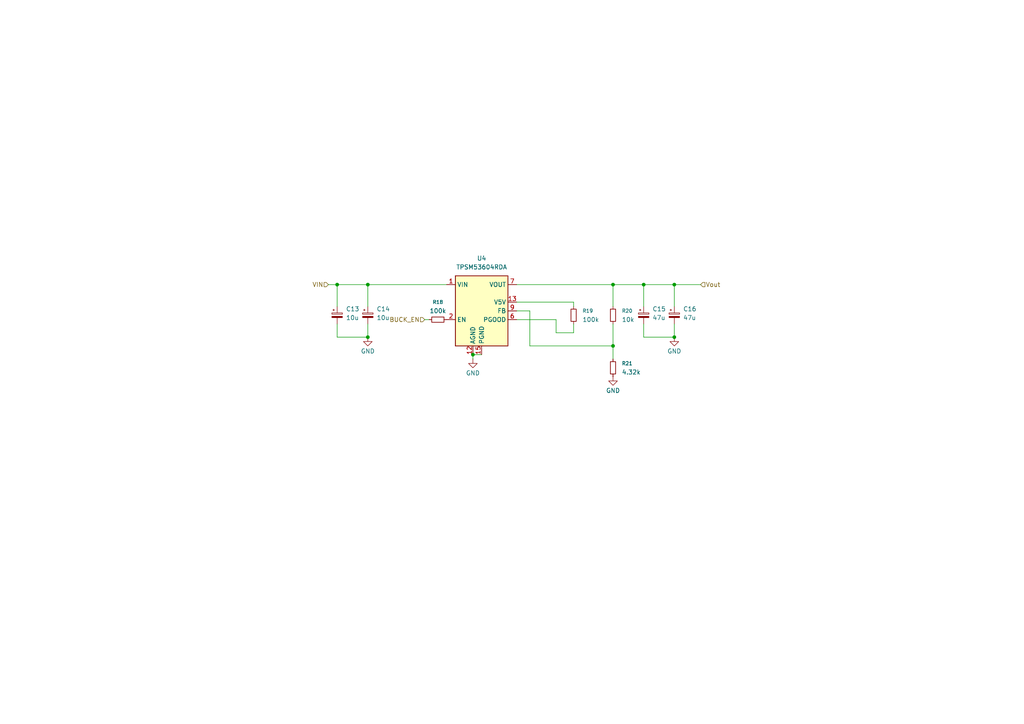
<source format=kicad_sch>
(kicad_sch (version 20250114) (generator "eeschema") (generator_version "9.0")
  (paper "A4")
  (lib_symbols
    (symbol "Converter_DCDC:TPSM53604RDA"
      (property "Reference" "U" (at 0 15.24 0))
      (property "Value" "TPSM53604RDA" (at 0 12.7 0))
      (symbol "TPSM53604RDA_0_1"
        (rectangle (start 7.62 10.16) (end -7.62 -10.16) (stroke (width 0.254)) (fill (type background)))
      )
      (symbol "TPSM53604RDA_1_1"
        (pin power_in line (at -10.16 7.62 0) (length 2.54) (name "VIN") (number "1"))
        (pin passive line (at -10.16 7.62 0) (length 2.54) (hide yes) (name "VIN") (number "14"))
        (pin input line (at -10.16 -2.54 0) (length 2.54) (name "EN") (number "2"))
        (pin no_connect line (at -7.62 2.54 0) (length 2.54) (hide yes) (name "DNC") (number "4"))
        (pin no_connect line (at -7.62 0 0) (length 2.54) (hide yes) (name "DNC") (number "5"))
        (pin power_in line (at -2.54 -12.7 90) (length 2.54) (name "AGND") (number "12"))
        (pin passive line (at 0 -12.7 90) (length 2.54) (hide yes) (name "PGND") (number "10"))
        (pin passive line (at 0 -12.7 90) (length 2.54) (hide yes) (name "PGND") (number "11"))
        (pin power_in line (at 0 -12.7 90) (length 2.54) (name "PGND") (number "15"))
        (pin passive line (at 0 -12.7 90) (length 2.54) (hide yes) (name "PGND") (number "3"))
        (pin power_out line (at 10.16 7.62 180) (length 2.54) (name "VOUT") (number "7"))
        (pin passive line (at 10.16 7.62 180) (length 2.54) (hide yes) (name "VOUT") (number "8"))
        (pin output line (at 10.16 2.54 180) (length 2.54) (name "V5V") (number "13"))
        (pin input line (at 10.16 0 180) (length 2.54) (name "FB") (number "9"))
        (pin open_collector line (at 10.16 -2.54 180) (length 2.54) (name "PGOOD") (number "6"))
      )
    )
    (symbol "Device:C_Polarized_Small" (pin_numbers (hide yes)) (pin_names (offset 0.254) (hide yes))
      (property "Reference" "C" (at 0.254 1.778 0))
      (property "Value" "C_Polarized_Small" (at 0.254 -2.032 0))
      (symbol "C_Polarized_Small_0_1"
        (rectangle (start -1.524 0.6858) (end 1.524 0.3048))
        (rectangle (start -1.524 -0.3048) (end 1.524 -0.6858) (fill (type outline)))
        (polyline (pts (xy -1.27 1.524) (xy -0.762 1.524)))
        (polyline (pts (xy -1.016 1.27) (xy -1.016 1.778)))
      )
      (symbol "C_Polarized_Small_1_1"
        (pin passive line (at 0 2.54 270) (length 1.8542) (name "~") (number "1"))
        (pin passive line (at 0 -2.54 90) (length 1.8542) (name "~") (number "2"))
      )
    )
    (symbol "Device:R_Small" (pin_numbers (hide yes)) (pin_names (offset 0.254) (hide yes))
      (property "Reference" "R" (at 0 0 90))
      (property "Value" "R_Small" (at 1.778 0 90))
      (symbol "R_Small_0_1"
        (rectangle (start -0.762 1.778) (end 0.762 -1.778) (stroke (width 0.2032)))
      )
      (symbol "R_Small_1_1"
        (pin passive line (at 0 2.54 270) (length 0.762) (name "~") (number "1"))
        (pin passive line (at 0 -2.54 90) (length 0.762) (name "~") (number "2"))
      )
    )
    (symbol "power:GND" (power) (pin_numbers (hide yes)) (pin_names (offset 0) (hide yes))
      (property "Value" "GND" (at 0 -3.81 0))
      (symbol "GND_0_1"
        (polyline (pts (xy 0 0) (xy 0 -1.27) (xy 1.27 -1.27) (xy 0 -2.54) (xy -1.27 -1.27) (xy 0 -1.27)))
      )
      (symbol "GND_1_1"
        (pin power_in line (at 0 0 270) (length 0) (name "~") (number "1"))
      )
    )
  )
  (junction (at 177.8 82.55))
  (junction (at 106.68 82.55))
  (junction (at 106.68 97.79))
  (junction (at 137.16 102.87))
  (junction (at 177.8 100.33))
  (junction (at 97.79 82.55))
  (junction (at 195.58 82.55))
  (junction (at 195.58 97.79))
  (junction (at 186.69 82.55))
  (wire (pts (xy 153.67 100.33) (xy 177.8 100.33)))
  (wire (pts (xy 195.58 88.9) (xy 195.58 82.55)))
  (wire (pts (xy 97.79 93.98) (xy 97.79 97.79)))
  (wire (pts (xy 124.46 92.71) (xy 123.19 92.71)))
  (wire (pts (xy 177.8 100.33) (xy 177.8 104.14)))
  (wire (pts (xy 137.16 104.14) (xy 137.16 102.87)))
  (wire (pts (xy 177.8 82.55) (xy 186.69 82.55)))
  (wire (pts (xy 186.69 88.9) (xy 186.69 82.55)))
  (wire (pts (xy 106.68 88.9) (xy 106.68 82.55)))
  (wire (pts (xy 186.69 93.98) (xy 186.69 97.79)))
  (wire (pts (xy 195.58 82.55) (xy 186.69 82.55)))
  (wire (pts (xy 149.86 87.63) (xy 166.37 87.63)))
  (wire (pts (xy 137.16 102.87) (xy 139.7 102.87)))
  (wire (pts (xy 97.79 97.79) (xy 106.68 97.79)))
  (wire (pts (xy 149.86 90.17) (xy 153.67 90.17)))
  (wire (pts (xy 95.25 82.55) (xy 97.79 82.55)))
  (wire (pts (xy 97.79 88.9) (xy 97.79 82.55)))
  (wire (pts (xy 195.58 93.98) (xy 195.58 97.79)))
  (wire (pts (xy 195.58 82.55) (xy 203.2 82.55)))
  (wire (pts (xy 149.86 92.71) (xy 161.29 92.71)))
  (wire (pts (xy 153.67 90.17) (xy 153.67 100.33)))
  (wire (pts (xy 177.8 82.55) (xy 149.86 82.55)))
  (wire (pts (xy 106.68 82.55) (xy 129.54 82.55)))
  (wire (pts (xy 106.68 93.98) (xy 106.68 97.79)))
  (wire (pts (xy 177.8 88.9) (xy 177.8 82.55)))
  (wire (pts (xy 161.29 92.71) (xy 161.29 96.52)))
  (wire (pts (xy 166.37 87.63) (xy 166.37 88.9)))
  (wire (pts (xy 177.8 93.98) (xy 177.8 100.33)))
  (wire (pts (xy 97.79 82.55) (xy 106.68 82.55)))
  (wire (pts (xy 161.29 96.52) (xy 166.37 96.52)))
  (wire (pts (xy 166.37 93.98) (xy 166.37 96.52)))
  (wire (pts (xy 186.69 97.79) (xy 195.58 97.79)))
  (hierarchical_label "Vout" (shape input) (at 203.2 82.55 0))
  (hierarchical_label "VIN" (shape input) (at 95.25 82.55 180))
  (hierarchical_label "BUCK_EN" (shape input) (at 123.19 92.71 180))
  (symbol (lib_id "Device:C_Polarized_Small") (at 186.69 91.44 0) (unit 1)
    (property "Reference" "C15" (at 189.23 89.6238 0) (effects (justify left)))
    (property "Value" "47u" (at 189.23 92.1638 0) (effects (justify left)))
    (property "Footprint" "Capacitor_SMD:C_1210_3225Metric" (effects (hide yes)))
    (property "Description" "Polarized capacitor, small symbol" (effects (hide yes)))
  )
  (symbol (lib_id "power:GND") (at 177.8 109.22 0) (unit 1)
    (property "Reference" "#PWR025" (effects (hide yes)))
    (property "Value" "GND" (at 177.8 113.284 0))
    (property "Description" "Power symbol creates a global label with name \"GND\" , ground" (effects (hide yes)))
  )
  (symbol (lib_id "Device:R_Small") (at 177.8 106.68 0) (unit 1)
    (property "Reference" "R21" (at 180.34 105.4099 0) (effects (font (size 1.016 1.016)) (justify left)))
    (property "Value" "4.32k" (at 180.34 107.9499 0) (effects (justify left)))
    (property "Footprint" "Resistor_SMD:R_0603_1608Metric" (effects (hide yes)))
    (property "Description" "Resistor, small symbol" (effects (hide yes)))
  )
  (symbol (lib_id "Device:R_Small") (at 166.37 91.44 0) (unit 1)
    (property "Reference" "R19" (at 168.91 90.1699 0) (effects (font (size 1.016 1.016)) (justify left)))
    (property "Value" "100k" (at 168.91 92.7099 0) (effects (justify left)))
    (property "Footprint" "Resistor_SMD:R_0603_1608Metric" (effects (hide yes)))
    (property "Description" "Resistor, small symbol" (effects (hide yes)))
  )
  (symbol (lib_id "Device:R_Small") (at 127 92.71 90) (unit 1)
    (property "Reference" "R18" (at 127 87.63 90) (effects (font (size 1.016 1.016))))
    (property "Value" "100k" (at 127 90.17 90))
    (property "Footprint" "Resistor_SMD:R_0603_1608Metric" (effects (hide yes)))
    (property "Description" "Resistor, small symbol" (effects (hide yes)))
  )
  (symbol (lib_id "Device:C_Polarized_Small") (at 97.79 91.44 0) (unit 1)
    (property "Reference" "C13" (at 100.33 89.6238 0) (effects (justify left)))
    (property "Value" "10u" (at 100.33 92.1638 0) (effects (justify left)))
    (property "Footprint" "Capacitor_SMD:C_1206_3216Metric" (effects (hide yes)))
    (property "Description" "Polarized capacitor, small symbol" (effects (hide yes)))
  )
  (symbol (lib_id "Converter_DCDC:TPSM53604RDA") (at 139.7 90.17 0) (unit 1)
    (property "Reference" "U4" (at 139.7 74.93 0))
    (property "Value" "TPSM53604RDA" (at 139.7 77.47 0))
    (property "Footprint" "CubeSatLib:Texas_B3QFN-14-1EP_5x5.5mm_P0.65mm_ThermalVia" (effects (hide yes)))
    (property "Datasheet" "https://www.ti.com/lit/ds/symlink/tpsm53604.pdf" (effects (hide yes)))
    (property "Description" "36-V, 4A input, stepdown, DC/DC converter, Texas B3QFN-14" (effects (hide yes)))
  )
  (symbol (lib_id "power:GND") (at 106.68 97.79 0) (unit 1)
    (property "Reference" "#PWR023" (effects (hide yes)))
    (property "Value" "GND" (at 106.68 101.854 0))
    (property "Description" "Power symbol creates a global label with name \"GND\" , ground" (effects (hide yes)))
  )
  (symbol (lib_id "Device:C_Polarized_Small") (at 195.58 91.44 0) (unit 1)
    (property "Reference" "C16" (at 198.12 89.6238 0) (effects (justify left)))
    (property "Value" "47u" (at 198.12 92.1638 0) (effects (justify left)))
    (property "Footprint" "Capacitor_SMD:C_1210_3225Metric" (effects (hide yes)))
    (property "Description" "Polarized capacitor, small symbol" (effects (hide yes)))
  )
  (symbol (lib_id "power:GND") (at 195.58 97.79 0) (unit 1)
    (property "Reference" "#PWR026" (effects (hide yes)))
    (property "Value" "GND" (at 195.58 101.854 0))
    (property "Description" "Power symbol creates a global label with name \"GND\" , ground" (effects (hide yes)))
  )
  (symbol (lib_id "Device:C_Polarized_Small") (at 106.68 91.44 0) (unit 1)
    (property "Reference" "C14" (at 109.22 89.6238 0) (effects (justify left)))
    (property "Value" "10u" (at 109.22 92.1638 0) (effects (justify left)))
    (property "Footprint" "Capacitor_SMD:C_1206_3216Metric" (effects (hide yes)))
    (property "Description" "Polarized capacitor, small symbol" (effects (hide yes)))
  )
  (symbol (lib_id "power:GND") (at 137.16 104.14 0) (unit 1)
    (property "Reference" "#PWR024" (effects (hide yes)))
    (property "Value" "GND" (at 137.16 108.204 0))
    (property "Description" "Power symbol creates a global label with name \"GND\" , ground" (effects (hide yes)))
  )
  (symbol (lib_id "Device:R_Small") (at 177.8 91.44 0) (unit 1)
    (property "Reference" "R20" (at 180.34 90.1699 0) (effects (font (size 1.016 1.016)) (justify left)))
    (property "Value" "10k" (at 180.34 92.7099 0) (effects (justify left)))
    (property "Footprint" "Resistor_SMD:R_0603_1608Metric" (effects (hide yes)))
    (property "Description" "Resistor, small symbol" (effects (hide yes)))
  )
)
</source>
